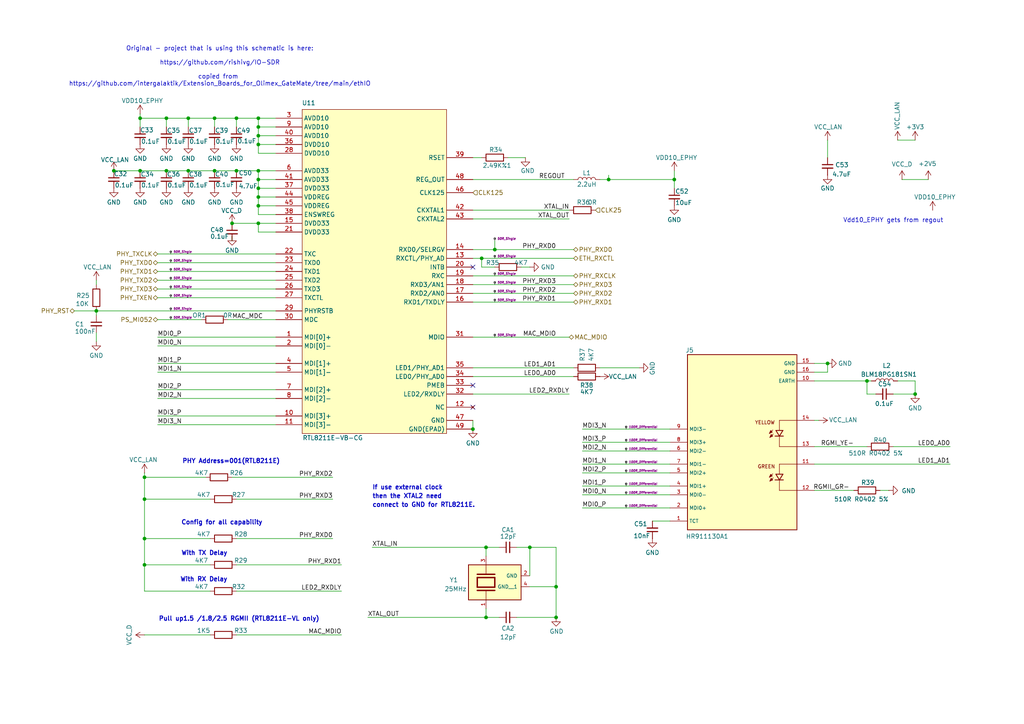
<source format=kicad_sch>
(kicad_sch (version 20250114) (generator "eeschema") (generator_version "9.0")
  (paper "A4")
  (title_block (title "Olimex Extension ethIO v0.1") (date "2024-12-02") (rev "v0.1") (company "Intergalaktik d.o.o.") (comment 1 "GPL-3.0"))
  (lib_symbols
    (symbol "Device:C_Small" (pin_numbers (hide yes)) (pin_names (offset 0.254) (hide yes))
      (property "Reference" "C" (at 0.254 1.778 0))
      (property "Value" "C_Small" (at 0.254 -2.032 0))
      (symbol "C_Small_0_1"
        (polyline (pts (xy -1.524 0.508) (xy 1.524 0.508)) (stroke (width 0.3048)))
        (polyline (pts (xy -1.524 -0.508) (xy 1.524 -0.508)) (stroke (width 0.3302)))
      )
      (symbol "C_Small_1_1"
        (pin passive line (at 0 2.54 270) (length 2.032) (name "~") (number "1"))
        (pin passive line (at 0 -2.54 90) (length 2.032) (name "~") (number "2"))
      )
    )
    (symbol "Device:L" (pin_numbers (hide yes)) (pin_names (offset 1.016) (hide yes))
      (property "Reference" "L" (at -1.27 0 90))
      (property "Value" "L" (at 1.905 0 90))
      (symbol "L_0_1"
        (arc (start 0 2.54) (mid 0.6323 1.905) (end 0 1.27))
        (arc (start 0 1.27) (mid 0.6323 0.635) (end 0 0))
        (arc (start 0 0) (mid 0.6323 -0.635) (end 0 -1.27))
        (arc (start 0 -1.27) (mid 0.6323 -1.905) (end 0 -2.54))
      )
      (symbol "L_1_1"
        (pin passive line (at 0 3.81 270) (length 1.27) (name "1") (number "1"))
        (pin passive line (at 0 -3.81 90) (length 1.27) (name "2") (number "2"))
      )
    )
    (symbol "Device:R" (pin_numbers (hide yes)) (pin_names (offset 0))
      (property "Reference" "R" (at 2.032 0 90))
      (property "Value" "R" (at 0 0 90))
      (symbol "R_0_1"
        (rectangle (start -1.016 -2.54) (end 1.016 2.54) (stroke (width 0.254)))
      )
      (symbol "R_1_1"
        (pin passive line (at 0 3.81 270) (length 1.27) (name "~") (number "1"))
        (pin passive line (at 0 -3.81 90) (length 1.27) (name "~") (number "2"))
      )
    )
    (symbol "PLUTOX_SDR SCH LIB:HR911130A"
      (property "Reference" "J6" (at -33.655 -2.54 0))
      (property "Value" "HR911130A1" (at 29.21 56.515 0))
      (symbol "HR911130A_0_0"
        (rectangle (start 3.81 54.61) (end 35.56 3.81) (stroke (width 0.254)) (fill (type background)))
        (polyline (pts (xy 27.559 39.37) (xy 27.94 38.481) (xy 28.448 38.989) (xy 27.559 39.37)) (stroke (width 0.1524)) (fill (type outline)))
        (polyline (pts (xy 27.559 26.67) (xy 27.94 25.781) (xy 28.448 26.289) (xy 27.559 26.67)) (stroke (width 0.1524)) (fill (type outline)))
        (polyline (pts (xy 27.686 40.513) (xy 28.067 39.624) (xy 28.575 40.132) (xy 27.686 40.513)) (stroke (width 0.1524)) (fill (type outline)))
        (polyline (pts (xy 27.686 27.813) (xy 28.067 26.924) (xy 28.575 27.432) (xy 27.686 27.813)) (stroke (width 0.1524)) (fill (type outline)))
        (polyline (pts (xy 28.575 38.354) (xy 27.559 39.37)) (stroke (width 0.1524)))
        (polyline (pts (xy 28.575 25.654) (xy 27.559 26.67)) (stroke (width 0.1524)))
        (polyline (pts (xy 28.702 39.497) (xy 27.686 40.513)) (stroke (width 0.1524)))
        (polyline (pts (xy 28.702 26.797) (xy 27.686 27.813)) (stroke (width 0.1524)))
        (polyline (pts (xy 30.48 43.18) (xy 35.56 43.18)) (stroke (width 0.1524)))
        (polyline (pts (xy 30.48 40.259) (xy 30.48 43.18)) (stroke (width 0.1524)))
        (polyline (pts (xy 30.48 40.132) (xy 29.21 40.132)) (stroke (width 0.254)))
        (polyline (pts (xy 30.48 40.132) (xy 29.464 38.481)) (stroke (width 0.254)))
        (polyline (pts (xy 30.48 35.56) (xy 30.48 38.354)) (stroke (width 0.1524)))
        (polyline (pts (xy 30.48 30.48) (xy 35.56 30.48)) (stroke (width 0.1524)))
        (polyline (pts (xy 30.48 27.559) (xy 30.48 30.48)) (stroke (width 0.1524)))
        (polyline (pts (xy 30.48 27.432) (xy 29.21 27.432)) (stroke (width 0.254)))
        (polyline (pts (xy 30.48 27.432) (xy 29.464 25.781)) (stroke (width 0.254)))
        (polyline (pts (xy 30.48 22.86) (xy 30.48 25.654)) (stroke (width 0.1524)))
        (polyline (pts (xy 31.496 38.481) (xy 29.464 38.481)) (stroke (width 0.254)))
        (polyline (pts (xy 31.496 38.481) (xy 30.48 40.132)) (stroke (width 0.254)))
        (polyline (pts (xy 31.496 25.781) (xy 29.464 25.781)) (stroke (width 0.254)))
        (polyline (pts (xy 31.496 25.781) (xy 30.48 27.432)) (stroke (width 0.254)))
        (polyline (pts (xy 31.623 40.132) (xy 30.48 40.132)) (stroke (width 0.254)))
        (polyline (pts (xy 31.623 27.432) (xy 30.48 27.432)) (stroke (width 0.254)))
        (polyline (pts (xy 35.56 35.56) (xy 30.48 35.56)) (stroke (width 0.1524)))
        (polyline (pts (xy 35.56 22.86) (xy 30.48 22.86)) (stroke (width 0.1524)))
        (text "GREEN" (at 24.13 36.83 0) (effects (font (size 1.016 1.016)) (justify left top)))
        (text "YELLOW" (at 29.21 22.86 0) (effects (font (size 1.016 1.016)) (justify right bottom)))
        (pin passive line (at 40.64 43.18 180) (length 5.08) (name "~") (number "12"))
        (pin passive line (at 40.64 35.56 180) (length 5.08) (name "~") (number "11"))
        (pin passive line (at 40.64 30.48 180) (length 5.08) (name "~") (number "13"))
        (pin passive line (at 40.64 22.86 180) (length 5.08) (name "~") (number "14"))
      )
      (symbol "HR911130A_1_0"
        (pin passive line (at -1.27 52.07 0) (length 5.08) (name "TCT") (number "1"))
        (pin passive line (at -1.27 48.26 0) (length 5.08) (name "MDI0+") (number "2"))
        (pin passive line (at -1.27 44.45 0) (length 5.08) (name "MDI0-") (number "3"))
        (pin passive line (at -1.27 41.91 0) (length 5.08) (name "MDI1+") (number "4"))
        (pin passive line (at -1.27 38.1 0) (length 5.08) (name "MDI2+") (number "5"))
        (pin passive line (at -1.27 35.56 0) (length 5.08) (name "MDI1-") (number "7"))
        (pin passive line (at -1.27 31.75 0) (length 5.08) (name "MDI2-") (number "6"))
        (pin passive line (at -1.27 29.21 0) (length 5.08) (name "MDI3+") (number "8"))
        (pin passive line (at -1.27 25.4 0) (length 5.08) (name "MDI3-") (number "9"))
        (pin passive line (at 40.64 11.43 180) (length 5.08) (name "EARTH") (number "10"))
        (pin passive line (at 40.64 8.89 180) (length 5.08) (name "GND") (number "16"))
        (pin passive line (at 40.64 6.35 180) (length 5.08) (name "GND") (number "15"))
      )
    )
    (symbol "PLUTOX_SDR SCH LIB:RTL8211E-VB-CG"
      (property "Reference" "U10" (at 27.305 62.865 0))
      (property "Value" "RTL8211E-VB-CG" (at 34.29 -34.29 0))
      (symbol "RTL8211E-VB-CG_0_1"
        (pin power_in line (at 17.78 58.42 0) (length 7.62) (name "AVDD10") (number "3"))
        (pin power_in line (at 17.78 55.88 0) (length 7.62) (name "AVDD10") (number "9"))
        (pin power_in line (at 17.78 53.34 0) (length 7.62) (name "AVDD10") (number "40"))
        (pin power_in line (at 17.78 50.8 0) (length 7.62) (name "DVDD10") (number "36"))
        (pin power_in line (at 17.78 48.26 0) (length 7.62) (name "DVDD10") (number "28"))
        (pin power_in line (at 17.78 43.18 0) (length 7.62) (name "AVDD33") (number "6"))
        (pin power_in line (at 17.78 40.64 0) (length 7.62) (name "AVDD33") (number "41"))
        (pin power_in line (at 17.78 38.1 0) (length 7.62) (name "DVDD33") (number "37"))
        (pin power_in line (at 17.78 35.56 0) (length 7.62) (name "VDDREG") (number "44"))
        (pin power_in line (at 17.78 33.02 0) (length 7.62) (name "VDDREG") (number "45"))
        (pin input line (at 17.78 30.48 0) (length 7.62) (name "ENSWREG") (number "38"))
        (pin power_in line (at 17.78 27.94 0) (length 7.62) (name "DVDD33") (number "15"))
        (pin power_in line (at 17.78 25.4 0) (length 7.62) (name "DVDD33") (number "21"))
        (pin input line (at 17.78 19.05 0) (length 7.62) (name "TXC") (number "22"))
        (pin input line (at 17.78 16.51 0) (length 7.62) (name "TXD0") (number "23"))
        (pin input line (at 17.78 13.97 0) (length 7.62) (name "TXD1") (number "24"))
        (pin input line (at 17.78 11.43 0) (length 7.62) (name "TXD2") (number "25"))
        (pin input line (at 17.78 8.89 0) (length 7.62) (name "TXD3") (number "26"))
        (pin input line (at 17.78 6.35 0) (length 7.62) (name "TXCTL") (number "27"))
        (pin input line (at 17.78 2.54 0) (length 7.62) (name "PHYRSTB") (number "29"))
        (pin input line (at 17.78 0 0) (length 7.62) (name "MDC") (number "30"))
        (pin bidirectional line (at 17.78 -5.08 0) (length 7.62) (name "MDI[0]+") (number "1"))
        (pin bidirectional line (at 17.78 -7.62 0) (length 7.62) (name "MDI[0]-") (number "2"))
        (pin bidirectional line (at 17.78 -12.7 0) (length 7.62) (name "MDI[1]+") (number "4"))
        (pin bidirectional line (at 17.78 -15.24 0) (length 7.62) (name "MDI[1]-") (number "5"))
        (pin bidirectional line (at 17.78 -20.32 0) (length 7.62) (name "MDI[2]+") (number "7"))
        (pin bidirectional line (at 17.78 -22.86 0) (length 7.62) (name "MDI[2]-") (number "8"))
        (pin bidirectional line (at 17.78 -27.94 0) (length 7.62) (name "MDI[3]+") (number "10"))
        (pin bidirectional line (at 17.78 -30.48 0) (length 7.62) (name "MDI[3]-") (number "11"))
        (pin output line (at 74.93 46.99 180) (length 7.62) (name "RSET") (number "39"))
        (pin output line (at 74.93 40.64 180) (length 7.62) (name "REG_OUT") (number "48"))
        (pin output line (at 74.93 36.83 180) (length 7.62) (name "CLK125") (number "46"))
        (pin input line (at 74.93 31.75 180) (length 7.62) (name "CKXTAL1") (number "42"))
        (pin output line (at 74.93 29.21 180) (length 7.62) (name "CKXTAL2") (number "43"))
        (pin output line (at 74.93 20.32 180) (length 7.62) (name "RXD0/SELRGV") (number "14"))
        (pin output line (at 74.93 17.78 180) (length 7.62) (name "RXCTL/PHY_AD") (number "13"))
        (pin output line (at 74.93 15.24 180) (length 7.62) (name "INTB") (number "20"))
        (pin output line (at 74.93 12.7 180) (length 7.62) (name "RXC") (number "19"))
        (pin output line (at 74.93 10.16 180) (length 7.62) (name "RXD3/AN1") (number "18"))
        (pin output line (at 74.93 7.62 180) (length 7.62) (name "RXD2/AN0") (number "17"))
        (pin output line (at 74.93 5.08 180) (length 7.62) (name "RXD1/TXDLY") (number "16"))
        (pin bidirectional line (at 74.93 -5.08 180) (length 7.62) (name "MDIO") (number "31"))
        (pin output line (at 74.93 -13.97 180) (length 7.62) (name "LED1/PHY_AD1") (number "35"))
        (pin output line (at 74.93 -16.51 180) (length 7.62) (name "LED0/PHY_AD0") (number "34"))
        (pin output line (at 74.93 -19.05 180) (length 7.62) (name "PMEB") (number "33"))
        (pin output line (at 74.93 -21.59 180) (length 7.62) (name "LED2/RXDLY") (number "32"))
        (pin no_connect line (at 74.93 -25.4 180) (length 7.62) (name "NC") (number "12"))
        (pin power_out line (at 74.93 -29.21 180) (length 7.62) (name "GND") (number "47"))
      )
      (symbol "RTL8211E-VB-CG_1_1"
        (rectangle (start 25.4 60.96) (end 67.31 -33.02) (fill (type background)))
        (pin power_out line (at 74.93 -31.75 180) (length 7.62) (name "GND(EPAD)") (number "49"))
      )
    )
    (symbol "TSX-3225_25.0000MF10P-C0_1" (pin_names (offset 1.016))
      (property "Reference" "Y3" (at 12.065 0.635 90))
      (property "Value" "TSX-3225_25.0000MF10P-C0" (at 12.065 -1.905 90))
      (symbol "TSX-3225_25.0000MF10P-C0_1_0_0"
        (polyline (pts (xy -5.08 0) (xy -2.54 0)) (stroke (width 0.1524)))
        (rectangle (start -5.08 -10.16) (end 5.08 5.08) (stroke (width 0.254)) (fill (type background)))
        (polyline (pts (xy -2.3368 2.54) (xy -2.3368 -2.54)) (stroke (width 0.4064)))
        (polyline (pts (xy -1.397 2.54) (xy -1.397 -2.54)) (stroke (width 0.4064)))
        (polyline (pts (xy -1.397 2.54) (xy 1.397 2.54)) (stroke (width 0.4064)))
        (polyline (pts (xy 1.397 2.54) (xy 1.397 -2.54)) (stroke (width 0.4064)))
        (polyline (pts (xy 1.397 -2.54) (xy -1.397 -2.54)) (stroke (width 0.4064)))
        (polyline (pts (xy 2.3368 2.54) (xy 2.3368 -2.54)) (stroke (width 0.4064)))
        (polyline (pts (xy 2.54 0) (xy 5.08 0)) (stroke (width 0.1524)))
        (pin passive line (at -7.62 0 0) (length 2.54) (name "~") (number "1"))
        (pin power_in line (at -1.27 -12.7 90) (length 2.54) (name "GND__1") (number "4"))
        (pin power_in line (at 1.905 -12.7 90) (length 2.54) (name "GND") (number "2"))
        (pin passive line (at 7.62 0 180) (length 2.54) (name "~") (number "3"))
      )
    )
    (symbol "power:+1V8" (power) (pin_numbers (hide yes)) (pin_names (offset 0) (hide yes))
      (property "Value" "+1V8" (at 0 3.556 0))
      (symbol "+1V8_0_1"
        (polyline (pts (xy -0.762 1.27) (xy 0 2.54)))
        (polyline (pts (xy 0 2.54) (xy 0.762 1.27)))
        (polyline (pts (xy 0 0) (xy 0 2.54)))
      )
      (symbol "+1V8_1_1"
        (pin power_in line (at 0 0 90) (length 0) (name "~") (number "1"))
      )
    )
    (symbol "power:+2V5" (power) (pin_numbers (hide yes)) (pin_names (offset 0) (hide yes))
      (property "Value" "+2V5" (at 0 3.556 0))
      (symbol "+2V5_0_1"
        (polyline (pts (xy -0.762 1.27) (xy 0 2.54)))
        (polyline (pts (xy 0 2.54) (xy 0.762 1.27)))
        (polyline (pts (xy 0 0) (xy 0 2.54)))
      )
      (symbol "+2V5_1_1"
        (pin power_in line (at 0 0 90) (length 0) (name "~") (number "1"))
      )
    )
    (symbol "power:+36V" (power) (pin_numbers (hide yes)) (pin_names (offset 0) (hide yes))
      (property "Value" "+36V" (at 0 3.556 0))
      (symbol "+36V_0_1"
        (polyline (pts (xy -0.762 1.27) (xy 0 2.54)))
        (polyline (pts (xy 0 2.54) (xy 0.762 1.27)))
        (polyline (pts (xy 0 0) (xy 0 2.54)))
      )
      (symbol "+36V_1_1"
        (pin power_in line (at 0 0 90) (length 0) (name "~") (number "1"))
      )
    )
    (symbol "power:+5C" (power) (pin_numbers (hide yes)) (pin_names (offset 0) (hide yes))
      (property "Value" "+5C" (at 0 3.556 0))
      (symbol "+5C_0_1"
        (polyline (pts (xy -0.762 1.27) (xy 0 2.54)))
        (polyline (pts (xy 0 2.54) (xy 0.762 1.27)))
        (polyline (pts (xy 0 0) (xy 0 2.54)))
      )
      (symbol "+5C_1_1"
        (pin power_in line (at 0 0 90) (length 0) (name "~") (number "1"))
      )
    )
    (symbol "power:GND" (power) (pin_numbers (hide yes)) (pin_names (offset 0) (hide yes))
      (property "Value" "GND" (at 0 -3.81 0))
      (symbol "GND_0_1"
        (polyline (pts (xy 0 0) (xy 0 -1.27) (xy 1.27 -1.27) (xy 0 -2.54) (xy -1.27 -1.27) (xy 0 -1.27)))
      )
      (symbol "GND_1_1"
        (pin power_in line (at 0 0 270) (length 0) (name "~") (number "1"))
      )
    )
    (symbol "power:VCC" (power) (pin_numbers (hide yes)) (pin_names (offset 0) (hide yes))
      (property "Value" "VCC" (at 0 3.556 0))
      (symbol "VCC_0_1"
        (polyline (pts (xy -0.762 1.27) (xy 0 2.54)))
        (polyline (pts (xy 0 2.54) (xy 0.762 1.27)))
        (polyline (pts (xy 0 0) (xy 0 2.54)))
      )
      (symbol "VCC_1_1"
        (pin power_in line (at 0 0 90) (length 0) (name "~") (number "1"))
      )
    )
  )
  (text "Original - project that is using this schematic is here:\n\nhttps://github.com/rishivg/IO-SDR\n\ncopied from \nhttps://github.com/intergalaktik/Extension_Boards_for_Olimex_GateMate/tree/main/ethIO" (at 63.754 19.304 0) (effects (font (size 1.27 1.27))))
  (text "Config for all capability" (at 76.2 152.4 0) (effects (font (size 1.27 1.27) (bold yes)) (justify right bottom)))
  (text "With TX Delay" (at 66.04 161.29 0) (effects (font (size 1.27 1.27) (bold yes)) (justify right bottom)))
  (text "Pull up1.5 /1.8/2.5 RGMII (RTL8211E-VL only)" (at 92.71 180.34 0) (effects (font (size 1.27 1.27) (bold yes)) (justify right bottom)))
  (text "Vdd10_EPHY gets from regout\n" (at 259.08 64.008 0) (effects (font (size 1.27 1.27))))
  (text "then the XTAL2 need" (at 107.95 144.78 0) (effects (font (size 1.27 1.27) (bold yes)) (justify left bottom)))
  (text "connect to GND for RTL8211E." (at 107.95 147.32 0) (effects (font (size 1.27 1.27) (bold yes)) (justify left bottom)))
  (text "If use external clock " (at 107.95 142.24 0) (effects (font (size 1.27 1.27) (bold yes)) (justify left bottom)))
  (text "PHY Address=001(RTL8211E)" (at 81.28 134.62 0) (effects (font (size 1.27 1.27) (bold yes)) (justify right bottom)))
  (text "With RX Delay" (at 66.04 168.91 0) (effects (font (size 1.27 1.27) (bold yes)) (justify right bottom)))
  (junction (at 251.46 110.49))
  (junction (at 74.93 54.61))
  (junction (at 161.29 179.07))
  (junction (at 74.93 57.15))
  (junction (at 74.93 36.83))
  (junction (at 161.29 170.18))
  (junction (at 74.93 49.53))
  (junction (at 265.43 114.3))
  (junction (at 74.93 59.69))
  (junction (at 240.03 105.41))
  (junction (at 143.51 72.39))
  (junction (at 41.91 163.83))
  (junction (at 74.93 52.07))
  (junction (at 27.94 90.17))
  (junction (at 41.91 156.21))
  (junction (at 33.02 49.53))
  (junction (at 62.23 34.29))
  (junction (at 74.93 39.37))
  (junction (at 195.58 52.07))
  (junction (at 68.58 34.29))
  (junction (at 140.97 158.75))
  (junction (at 74.93 34.29))
  (junction (at 74.93 41.91))
  (junction (at 67.31 64.77))
  (junction (at 68.58 49.53))
  (junction (at 41.91 144.78))
  (junction (at 54.61 34.29))
  (junction (at 74.93 64.77))
  (junction (at 48.26 34.29))
  (junction (at 140.97 179.07))
  (junction (at 176.53 52.07))
  (junction (at 41.91 138.43))
  (junction (at 48.26 49.53))
  (junction (at 153.67 158.75))
  (junction (at 40.64 49.53))
  (junction (at 40.64 34.29))
  (junction (at 62.23 49.53))
  (junction (at 137.16 124.46))
  (junction (at 139.7 74.93))
  (junction (at 54.61 49.53))
  (no_connect (at 137.16 77.47))
  (no_connect (at 137.16 111.76))
  (no_connect (at 137.16 118.11))
  (wire (pts (xy 236.22 110.49) (xy 251.46 110.49)))
  (wire (pts (xy 194.31 147.32) (xy 168.91 147.32)))
  (wire (pts (xy 251.46 110.49) (xy 251.46 114.3)))
  (wire (pts (xy 139.7 77.47) (xy 139.7 74.93)))
  (wire (pts (xy 45.72 115.57) (xy 80.01 115.57)))
  (wire (pts (xy 96.52 138.43) (xy 67.31 138.43)))
  (wire (pts (xy 45.72 86.36) (xy 80.01 86.36)))
  (wire (pts (xy 54.61 34.29) (xy 62.23 34.29)))
  (wire (pts (xy 265.43 110.49) (xy 260.35 110.49)))
  (wire (pts (xy 74.93 36.83) (xy 74.93 39.37)))
  (wire (pts (xy 161.29 158.75) (xy 161.29 170.18)))
  (wire (pts (xy 45.72 78.74) (xy 80.01 78.74)))
  (wire (pts (xy 173.99 106.68) (xy 185.42 106.68)))
  (wire (pts (xy 194.31 137.16) (xy 168.91 137.16)))
  (wire (pts (xy 99.06 184.15) (xy 68.58 184.15)))
  (wire (pts (xy 41.91 163.83) (xy 60.96 163.83)))
  (wire (pts (xy 257.81 142.24) (xy 255.27 142.24)))
  (wire (pts (xy 45.72 76.2) (xy 80.01 76.2)))
  (wire (pts (xy 99.06 163.83) (xy 68.58 163.83)))
  (wire (pts (xy 74.93 62.23) (xy 80.01 62.23)))
  (wire (pts (xy 45.72 81.28) (xy 80.01 81.28)))
  (wire (pts (xy 194.31 134.62) (xy 168.91 134.62)))
  (wire (pts (xy 60.96 184.15) (xy 41.91 184.15)))
  (wire (pts (xy 176.53 50.8) (xy 176.53 52.07)))
  (wire (pts (xy 195.58 52.07) (xy 195.58 54.61)))
  (wire (pts (xy 237.49 121.92) (xy 236.22 121.92)))
  (wire (pts (xy 54.61 34.29) (xy 54.61 36.83)))
  (wire (pts (xy 45.72 105.41) (xy 80.01 105.41)))
  (wire (pts (xy 41.91 156.21) (xy 41.91 163.83)))
  (wire (pts (xy 41.91 138.43) (xy 41.91 144.78)))
  (wire (pts (xy 67.31 64.77) (xy 74.93 64.77)))
  (wire (pts (xy 247.65 142.24) (xy 236.22 142.24)))
  (wire (pts (xy 41.91 137.16) (xy 41.91 138.43)))
  (wire (pts (xy 173.99 52.07) (xy 176.53 52.07)))
  (wire (pts (xy 137.16 45.72) (xy 139.7 45.72)))
  (wire (pts (xy 45.72 92.71) (xy 58.42 92.71)))
  (wire (pts (xy 48.26 49.53) (xy 54.61 49.53)))
  (wire (pts (xy 40.64 34.29) (xy 40.64 36.83)))
  (wire (pts (xy 195.58 49.53) (xy 195.58 52.07)))
  (wire (pts (xy 60.96 156.21) (xy 41.91 156.21)))
  (wire (pts (xy 74.93 49.53) (xy 74.93 52.07)))
  (wire (pts (xy 62.23 34.29) (xy 62.23 36.83)))
  (wire (pts (xy 140.97 176.53) (xy 140.97 179.07)))
  (wire (pts (xy 45.72 123.19) (xy 80.01 123.19)))
  (wire (pts (xy 27.94 90.17) (xy 80.01 90.17)))
  (wire (pts (xy 48.26 34.29) (xy 48.26 36.83)))
  (wire (pts (xy 143.51 69.85) (xy 143.51 72.39)))
  (wire (pts (xy 74.93 44.45) (xy 80.01 44.45)))
  (wire (pts (xy 252.73 110.49) (xy 251.46 110.49)))
  (wire (pts (xy 67.31 68.58) (xy 67.31 69.85)))
  (wire (pts (xy 240.03 107.95) (xy 236.22 107.95)))
  (wire (pts (xy 74.93 57.15) (xy 80.01 57.15)))
  (wire (pts (xy 161.29 170.18) (xy 161.29 179.07)))
  (wire (pts (xy 144.78 179.07) (xy 140.97 179.07)))
  (wire (pts (xy 45.72 100.33) (xy 80.01 100.33)))
  (wire (pts (xy 137.16 109.22) (xy 166.37 109.22)))
  (wire (pts (xy 45.72 83.82) (xy 80.01 83.82)))
  (wire (pts (xy 240.03 105.41) (xy 240.03 107.95)))
  (wire (pts (xy 176.53 52.07) (xy 195.58 52.07)))
  (wire (pts (xy 74.93 34.29) (xy 80.01 34.29)))
  (wire (pts (xy 137.16 63.5) (xy 165.1 63.5)))
  (wire (pts (xy 41.91 171.45) (xy 41.91 163.83)))
  (wire (pts (xy 96.52 144.78) (xy 68.58 144.78)))
  (wire (pts (xy 194.31 140.97) (xy 168.91 140.97)))
  (wire (pts (xy 74.93 67.31) (xy 74.93 64.77)))
  (wire (pts (xy 45.72 120.65) (xy 80.01 120.65)))
  (wire (pts (xy 60.96 171.45) (xy 41.91 171.45)))
  (wire (pts (xy 74.93 59.69) (xy 80.01 59.69)))
  (wire (pts (xy 54.61 49.53) (xy 62.23 49.53)))
  (wire (pts (xy 41.91 144.78) (xy 41.91 156.21)))
  (wire (pts (xy 137.16 106.68) (xy 166.37 106.68)))
  (wire (pts (xy 74.93 39.37) (xy 80.01 39.37)))
  (wire (pts (xy 74.93 54.61) (xy 74.93 52.07)))
  (wire (pts (xy 153.67 158.75) (xy 149.86 158.75)))
  (wire (pts (xy 74.93 64.77) (xy 80.01 64.77)))
  (wire (pts (xy 137.16 121.92) (xy 137.16 124.46)))
  (wire (pts (xy 74.93 41.91) (xy 80.01 41.91)))
  (wire (pts (xy 40.64 34.29) (xy 40.64 33.02)))
  (wire (pts (xy 152.4 45.72) (xy 147.32 45.72)))
  (wire (pts (xy 137.16 82.55) (xy 166.37 82.55)))
  (wire (pts (xy 27.94 90.17) (xy 21.59 90.17)))
  (wire (pts (xy 27.94 99.06) (xy 27.94 96.52)))
  (wire (pts (xy 265.43 110.49) (xy 265.43 114.3)))
  (wire (pts (xy 62.23 49.53) (xy 68.58 49.53)))
  (wire (pts (xy 153.67 158.75) (xy 153.67 167.005)))
  (wire (pts (xy 261.62 52.07) (xy 269.24 52.07)))
  (wire (pts (xy 74.93 39.37) (xy 74.93 41.91)))
  (wire (pts (xy 74.93 59.69) (xy 74.93 62.23)))
  (wire (pts (xy 144.78 158.75) (xy 140.97 158.75)))
  (wire (pts (xy 137.16 80.01) (xy 166.37 80.01)))
  (wire (pts (xy 74.93 54.61) (xy 80.01 54.61)))
  (wire (pts (xy 40.64 49.53) (xy 48.26 49.53)))
  (wire (pts (xy 137.16 72.39) (xy 143.51 72.39)))
  (wire (pts (xy 254 114.3) (xy 251.46 114.3)))
  (wire (pts (xy 68.58 34.29) (xy 68.58 36.83)))
  (wire (pts (xy 48.26 34.29) (xy 54.61 34.29)))
  (wire (pts (xy 62.23 34.29) (xy 68.58 34.29)))
  (wire (pts (xy 66.04 92.71) (xy 80.01 92.71)))
  (wire (pts (xy 96.52 156.21) (xy 68.58 156.21)))
  (wire (pts (xy 74.93 54.61) (xy 74.93 57.15)))
  (wire (pts (xy 80.01 67.31) (xy 74.93 67.31)))
  (wire (pts (xy 265.43 114.3) (xy 259.08 114.3)))
  (wire (pts (xy 140.97 179.07) (xy 106.68 179.07)))
  (wire (pts (xy 45.72 107.95) (xy 80.01 107.95)))
  (wire (pts (xy 74.93 34.29) (xy 74.93 36.83)))
  (wire (pts (xy 240.03 40.64) (xy 240.03 45.72)))
  (wire (pts (xy 137.16 114.3) (xy 165.1 114.3)))
  (wire (pts (xy 137.16 60.96) (xy 165.1 60.96)))
  (wire (pts (xy 68.58 34.29) (xy 74.93 34.29)))
  (wire (pts (xy 194.31 128.27) (xy 168.91 128.27)))
  (wire (pts (xy 194.31 130.81) (xy 168.91 130.81)))
  (wire (pts (xy 194.31 124.46) (xy 168.91 124.46)))
  (wire (pts (xy 99.06 171.45) (xy 68.58 171.45)))
  (wire (pts (xy 60.96 144.78) (xy 41.91 144.78)))
  (wire (pts (xy 275.59 134.62) (xy 236.22 134.62)))
  (wire (pts (xy 236.22 105.41) (xy 240.03 105.41)))
  (wire (pts (xy 40.64 34.29) (xy 48.26 34.29)))
  (wire (pts (xy 45.72 113.03) (xy 80.01 113.03)))
  (wire (pts (xy 161.29 179.07) (xy 149.86 179.07)))
  (wire (pts (xy 194.31 143.51) (xy 168.91 143.51)))
  (wire (pts (xy 74.93 36.83) (xy 80.01 36.83)))
  (wire (pts (xy 260.35 40.64) (xy 265.43 40.64)))
  (wire (pts (xy 143.51 72.39) (xy 166.37 72.39)))
  (wire (pts (xy 139.7 74.93) (xy 166.37 74.93)))
  (wire (pts (xy 33.02 49.53) (xy 40.64 49.53)))
  (wire (pts (xy 74.93 49.53) (xy 80.01 49.53)))
  (wire (pts (xy 194.31 151.13) (xy 189.23 151.13)))
  (wire (pts (xy 137.16 74.93) (xy 139.7 74.93)))
  (wire (pts (xy 74.93 41.91) (xy 74.93 44.45)))
  (wire (pts (xy 137.16 85.09) (xy 166.37 85.09)))
  (wire (pts (xy 153.67 77.47) (xy 151.13 77.47)))
  (wire (pts (xy 161.29 158.75) (xy 153.67 158.75)))
  (wire (pts (xy 27.94 90.17) (xy 27.94 91.44)))
  (wire (pts (xy 45.72 73.66) (xy 80.01 73.66)))
  (wire (pts (xy 140.97 158.75) (xy 107.95 158.75)))
  (wire (pts (xy 275.59 129.54) (xy 259.08 129.54)))
  (wire (pts (xy 27.94 81.28) (xy 27.94 82.55)))
  (wire (pts (xy 140.97 158.75) (xy 140.97 161.29)))
  (wire (pts (xy 137.16 97.79) (xy 165.1 97.79)))
  (wire (pts (xy 137.16 52.07) (xy 166.37 52.07)))
  (wire (pts (xy 45.72 97.79) (xy 80.01 97.79)))
  (wire (pts (xy 251.46 129.54) (xy 236.22 129.54)))
  (wire (pts (xy 74.93 52.07) (xy 80.01 52.07)))
  (wire (pts (xy 74.93 57.15) (xy 74.93 59.69)))
  (wire (pts (xy 153.67 170.18) (xy 161.29 170.18)))
  (wire (pts (xy 137.16 87.63) (xy 166.37 87.63)))
  (wire (pts (xy 59.69 138.43) (xy 41.91 138.43)))
  (wire (pts (xy 68.58 49.53) (xy 74.93 49.53)))
  (wire (pts (xy 143.51 77.47) (xy 139.7 77.47)))
  (label "MDI2_P" (at 45.72 113.03 0))
  (label "LED2_RXDLY" (at 99.06 171.45 180))
  (label "RGMI_YE-" (at 247.65 129.54 180))
  (label "LED0_AD0" (at 275.59 129.54 180))
  (label "MDI0_P" (at 45.72 97.79 0))
  (label "LED1_AD1" (at 161.29 106.68 180))
  (label "MDI3_N" (at 168.91 124.46 0))
  (label "MDI3_P" (at 168.91 128.27 0))
  (label "LED2_RXDLY" (at 165.1 114.3 180))
  (label "PHY_RXD1" (at 161.29 87.63 180))
  (label "PHY_RXD2" (at 161.29 85.09 180))
  (label "PHY_RXD0" (at 96.52 156.21 180))
  (label "PHY_RXD3" (at 161.29 82.55 180))
  (label "MDI1_N" (at 45.72 107.95 0))
  (label "PHY_RXD2" (at 96.52 138.43 180))
  (label "PHY_RXD0" (at 161.29 72.39 180))
  (label "MDI0_N" (at 168.91 143.51 0))
  (label "MAC_MDIO" (at 99.06 184.15 180))
  (label "PHY_RXD1" (at 99.06 163.83 180))
  (label "MDI2_N" (at 45.72 115.57 0))
  (label "XTAL_IN" (at 165.1 60.96 180))
  (label "MDI1_P" (at 45.72 105.41 0))
  (label "MDI1_N" (at 168.91 134.62 0))
  (label "MDI2_N" (at 168.91 130.81 0))
  (label "PHY_RXD3" (at 96.52 144.78 180))
  (label "MDI3_N" (at 45.72 123.19 0))
  (label "MAC_MDC" (at 67.31 92.71 0))
  (label "MDI3_P" (at 45.72 120.65 0))
  (label "XTAL_OUT" (at 165.1 63.5 180))
  (label "LED0_AD0" (at 161.29 109.22 180))
  (label "MDI1_P" (at 168.91 140.97 0))
  (label "XTAL_IN" (at 107.95 158.75 0))
  (label "MDI0_N" (at 45.72 100.33 0))
  (label "RGMII_GR-" (at 246.38 142.24 180))
  (label "XTAL_OUT" (at 106.68 179.07 0))
  (label "MAC_MDIO" (at 161.29 97.79 180))
  (label "MDI0_P" (at 168.91 147.32 0))
  (label "MDI2_P" (at 168.91 137.16 0))
  (label "REGOUT" (at 163.83 52.07 180))
  (label "LED1_AD1" (at 275.59 134.62 180))
  (hierarchical_label "MAC_MDIO" (shape bidirectional) (at 165.1 97.79 0))
  (hierarchical_label "PHY_TXD2" (shape bidirectional) (at 45.72 81.28 180))
  (hierarchical_label "PHY_RXD3" (shape bidirectional) (at 166.37 82.55 0))
  (hierarchical_label "PHY_RXD1" (shape bidirectional) (at 166.37 87.63 0))
  (hierarchical_label "PHY_RST" (shape bidirectional) (at 21.59 90.17 180))
  (hierarchical_label "PS_MI052" (shape bidirectional) (at 45.72 92.71 180))
  (hierarchical_label "ETH_RXCTL" (shape bidirectional) (at 166.37 74.93 0))
  (hierarchical_label "PHY_TXD0" (shape bidirectional) (at 45.72 76.2 180))
  (hierarchical_label "PHY_RXD0" (shape bidirectional) (at 166.37 72.39 0))
  (hierarchical_label "CLK125" (shape input) (at 137.16 55.88 0))
  (hierarchical_label "PHY_TXCLK" (shape bidirectional) (at 45.72 73.66 180))
  (hierarchical_label "PHY_TXD3" (shape bidirectional) (at 45.72 83.82 180))
  (hierarchical_label "CLK25" (shape input) (at 172.72 60.96 0))
  (hierarchical_label "PHY_RXCLK" (shape bidirectional) (at 166.37 80.01 0))
  (hierarchical_label "PHY_TXD1" (shape bidirectional) (at 45.72 78.74 180))
  (hierarchical_label "PHY_TXEN" (shape bidirectional) (at 45.72 86.36 180))
  (hierarchical_label "PHY_RXD2" (shape bidirectional) (at 166.37 85.09 0))
  (netclass_flag "" (length 0.635) (shape dot) (at 143.51 97.79 0) (property "Netclass" "50R_Single" (at 144.2085 97.155 0) (effects (font (size 0.635 0.635) (italic yes)) (justify left))))
  (netclass_flag "" (length 0.635) (shape dot) (at 181.61 140.97 0) (property "Netclass" "100R_Differential" (at 182.3085 140.335 0) (effects (font (size 0.635 0.635) (italic yes)) (justify left))))
  (netclass_flag "" (length 0.635) (shape dot) (at 143.51 82.55 0) (property "Netclass" "50R_Single" (at 144.2085 81.915 0) (effects (font (size 0.635 0.635) (italic yes)) (justify left))))
  (netclass_flag "" (length 0.635) (shape dot) (at 181.61 130.81 0) (property "Netclass" "100R_Differential" (at 182.3085 130.175 0) (effects (font (size 0.635 0.635) (italic yes)) (justify left))))
  (netclass_flag "" (length 0.635) (shape dot) (at 49.53 92.71 0) (property "Netclass" "50R_Single" (at 50.2285 92.075 0) (effects (font (size 0.635 0.635) (italic yes)) (justify left))))
  (netclass_flag "" (length 0.635) (shape dot) (at 49.53 78.74 0) (property "Netclass" "50R_Single" (at 50.2285 78.105 0) (effects (font (size 0.635 0.635) (italic yes)) (justify left))))
  (netclass_flag "" (length 0.635) (shape dot) (at 143.51 87.63 0) (property "Netclass" "50R_Single" (at 144.2085 86.995 0) (effects (font (size 0.635 0.635) (italic yes)) (justify left))))
  (netclass_flag "" (length 0.635) (shape dot) (at 143.51 85.09 0) (property "Netclass" "50R_Single" (at 144.2085 84.455 0) (effects (font (size 0.635 0.635) (italic yes)) (justify left))))
  (netclass_flag "" (length 0.635) (shape dot) (at 143.51 74.93 0) (property "Netclass" "50R_Single" (at 144.2085 74.295 0) (effects (font (size 0.635 0.635) (italic yes)) (justify left))))
  (netclass_flag "" (length 0.635) (shape dot) (at 143.51 69.85 0) (property "Netclass" "50R_Single" (at 144.2085 69.215 0) (effects (font (size 0.635 0.635) (italic yes)) (justify left))))
  (netclass_flag "" (length 0.635) (shape dot) (at 49.53 86.36 0) (property "Netclass" "50R_Single" (at 50.2285 85.725 0) (effects (font (size 0.635 0.635) (italic yes)) (justify left))))
  (netclass_flag "" (length 0.635) (shape dot) (at 143.51 80.01 0) (property "Netclass" "50R_Single" (at 144.2085 79.375 0) (effects (font (size 0.635 0.635) (italic yes)) (justify left))))
  (netclass_flag "" (length 0.635) (shape dot) (at 49.53 73.66 0) (property "Netclass" "50R_Single" (at 50.2285 73.025 0) (effects (font (size 0.635 0.635) (italic yes)) (justify left))))
  (netclass_flag "" (length 0.635) (shape dot) (at 181.61 137.16 0) (property "Netclass" "100R_Differential" (at 182.3085 136.525 0) (effects (font (size 0.635 0.635) (italic yes)) (justify left))))
  (netclass_flag "" (length 0.635) (shape dot) (at 49.53 83.82 0) (property "Netclass" "50R_Single" (at 50.2285 83.185 0) (effects (font (size 0.635 0.635) (italic yes)) (justify left))))
  (netclass_flag "" (length 0.635) (shape dot) (at 181.61 128.27 0) (property "Netclass" "100R_Differential" (at 182.3085 127.635 0) (effects (font (size 0.635 0.635) (italic yes)) (justify left))))
  (netclass_flag "" (length 0.635) (shape dot) (at 181.61 147.32 0) (property "Netclass" "100R_Differential" (at 182.3085 146.685 0) (effects (font (size 0.635 0.635) (italic yes)) (justify left))))
  (netclass_flag "" (length 0.635) (shape dot) (at 181.61 124.46 0) (property "Netclass" "100R_Differential" (at 182.3085 123.825 0) (effects (font (size 0.635 0.635) (italic yes)) (justify left))))
  (netclass_flag "" (length 0.635) (shape dot) (at 181.61 134.62 0) (property "Netclass" "100R_Differential" (at 182.3085 133.985 0) (effects (font (size 0.635 0.635) (italic yes)) (justify left))))
  (netclass_flag "" (length 0.635) (shape dot) (at 49.53 76.2 0) (property "Netclass" "50R_Single" (at 50.2285 75.565 0) (effects (font (size 0.635 0.635) (italic yes)) (justify left))))
  (netclass_flag "" (length 0.635) (shape dot) (at 49.53 81.28 0) (property "Netclass" "50R_Single" (at 50.2285 80.645 0) (effects (font (size 0.635 0.635) (italic yes)) (justify left))))
  (netclass_flag "" (length 0.635) (shape dot) (at 49.53 90.17 0) (property "Netclass" "50R_Single" (at 50.2285 89.535 0) (effects (font (size 0.635 0.635) (italic yes)) (justify left))))
  (netclass_flag "" (length 0.635) (shape dot) (at 181.61 143.51 0) (property "Netclass" "100R_Differential" (at 182.3085 142.875 0) (effects (font (size 0.635 0.635) (italic yes)) (justify left))))
  (symbol (lib_id "Device:C_Small") (at 62.23 52.07 0) (unit 1)
    (property "Reference" "C40" (at 62.357 50.546 0) (effects (justify left)))
    (property "Value" "0.1uF" (at 62.484 53.594 0) (effects (justify left)))
    (property "Footprint" "Capacitor_SMD:C_0402_1005Metric_Pad0.74x0.62mm_HandSolder" (effects (hide yes)))
    (property "Description" "Unpolarized capacitor, small symbol" (effects (hide yes)))
  )
  (symbol (lib_id "power:GND") (at 185.42 106.68 90) (unit 1)
    (property "Reference" "#PWR052" (effects (hide yes)))
    (property "Value" "GND" (at 189.23 104.775 0) (effects (justify right)))
    (property "Description" "Power symbol creates a global label with name \"GND\" , ground" (effects (hide yes)))
  )
  (symbol (lib_id "power:+1V8") (at 261.62 52.07 0) (unit 1)
    (property "Reference" "#PWR0130" (effects (hide yes)))
    (property "Value" "VCC_D" (at 261.62 47.625 0))
    (property "Description" "Power symbol creates a global label with name \"+1V8\"" (effects (hide yes)))
  )
  (symbol (lib_id "Device:C_Small") (at 147.32 158.75 90) (unit 1)
    (property "Reference" "CA1" (at 149.225 153.67 90) (effects (justify left)))
    (property "Value" "12pF" (at 149.86 155.575 90) (effects (justify left)))
    (property "Footprint" "Capacitor_SMD:C_0402_1005Metric_Pad0.74x0.62mm_HandSolder" (effects (hide yes)))
    (property "Description" "Unpolarized capacitor, small symbol" (effects (hide yes)))
  )
  (symbol (lib_id "Device:C_Small") (at 40.64 52.07 0) (unit 1)
    (property "Reference" "C34" (at 40.767 50.546 0) (effects (justify left)))
    (property "Value" "0.1uF" (at 40.894 53.721 0) (effects (justify left)))
    (property "Footprint" "Capacitor_SMD:C_0402_1005Metric_Pad0.74x0.62mm_HandSolder" (effects (hide yes)))
    (property "Description" "Unpolarized capacitor, small symbol" (effects (hide yes)))
  )
  (symbol (lib_id "Device:C_Small") (at 62.23 39.37 0) (unit 1)
    (property "Reference" "C39" (at 62.357 37.846 0) (effects (justify left)))
    (property "Value" "0.1uF" (at 62.484 41.021 0) (effects (justify left)))
    (property "Footprint" "Capacitor_SMD:C_0402_1005Metric_Pad0.74x0.62mm_HandSolder" (effects (hide yes)))
    (property "Description" "Unpolarized capacitor, small symbol" (effects (hide yes)))
  )
  (symbol (lib_id "Device:C_Small") (at 67.31 67.31 0) (unit 1)
    (property "Reference" "C48" (at 60.96 66.675 0) (effects (justify left)))
    (property "Value" "0.1uF" (at 60.96 68.58 0) (effects (justify left)))
    (property "Footprint" "Capacitor_SMD:C_0402_1005Metric_Pad0.74x0.62mm_HandSolder" (effects (hide yes)))
    (property "Description" "Unpolarized capacitor, small symbol" (effects (hide yes)))
  )
  (symbol (lib_id "power:GND") (at 62.23 41.91 0) (unit 1)
    (property "Reference" "#PWR039" (effects (hide yes)))
    (property "Value" "GND" (at 62.23 45.974 0))
    (property "Description" "Power symbol creates a global label with name \"GND\" , ground" (effects (hide yes)))
  )
  (symbol (lib_id "Device:C_Small") (at 147.32 179.07 90) (unit 1)
    (property "Reference" "CA2" (at 149.225 182.245 90) (effects (justify left)))
    (property "Value" "12pF" (at 149.86 184.785 90) (effects (justify left)))
    (property "Footprint" "Capacitor_SMD:C_0402_1005Metric_Pad0.74x0.62mm_HandSolder" (effects (hide yes)))
    (property "Description" "Unpolarized capacitor, small symbol" (effects (hide yes)))
  )
  (symbol (lib_id "power:GND") (at 240.03 105.41 90) (mirror x) (unit 1)
    (property "Reference" "#PWR0127" (effects (hide yes)))
    (property "Value" "GND" (at 245.11 105.41 90))
    (property "Description" "Power symbol creates a global label with name \"GND\" , ground" (effects (hide yes)))
  )
  (symbol (lib_id "Device:R") (at 64.77 156.21 90) (mirror x) (unit 1)
    (property "Reference" "R28" (at 69.85 154.94 90))
    (property "Value" "4K7" (at 59.055 154.94 90))
    (property "Footprint" "Resistor_SMD:R_0402_1005Metric_Pad0.72x0.64mm_HandSolder" (effects (hide yes)))
    (property "Description" "Resistor" (effects (hide yes)))
  )
  (symbol (lib_id "Device:R") (at 63.5 138.43 90) (mirror x) (unit 1)
    (property "Reference" "R26" (at 68.58 137.16 90))
    (property "Value" "4K7" (at 58.42 137.16 90))
    (property "Footprint" "Resistor_SMD:R_0402_1005Metric_Pad0.72x0.64mm_HandSolder" (effects (hide yes)))
    (property "Description" "Resistor" (effects (hide yes)))
  )
  (symbol (lib_id "Device:C_Small") (at 68.58 39.37 0) (unit 1)
    (property "Reference" "C49" (at 68.707 37.846 0) (effects (justify left)))
    (property "Value" "0.1uF" (at 68.834 40.894 0) (effects (justify left)))
    (property "Footprint" "Capacitor_SMD:C_0402_1005Metric_Pad0.74x0.62mm_HandSolder" (effects (hide yes)))
    (property "Description" "Unpolarized capacitor, small symbol" (effects (hide yes)))
  )
  (symbol (lib_id "Device:R") (at 251.46 142.24 90) (mirror x) (unit 1)
    (property "Reference" "R39" (at 251.714 139.954 90))
    (property "Value" "510R R0402 5%" (at 249.809 144.78 90))
    (property "Footprint" "Resistor_SMD:R_0402_1005Metric_Pad0.72x0.64mm_HandSolder" (effects (hide yes)))
    (property "Description" "Resistor" (effects (hide yes)))
  )
  (symbol (lib_id "power:GND") (at 48.26 54.61 0) (unit 1)
    (property "Reference" "#PWR036" (effects (hide yes)))
    (property "Value" "GND" (at 48.26 58.674 0))
    (property "Description" "Power symbol creates a global label with name \"GND\" , ground" (effects (hide yes)))
  )
  (symbol (lib_name "TSX-3225_25.0000MF10P-C0_1") (lib_id "TSX-3225_25.0000MF10P-C0:TSX-3225_25.0000MF10P-C0") (at 140.97 168.91 90) (unit 1)
    (property "Reference" "Y1" (at 130.3558 168.2178 90) (effects (justify right)))
    (property "Value" "25MHz" (at 128.905 170.815 90) (effects (justify right)))
    (property "Footprint" "Crystal:Crystal_SMD_SeikoEpson_TSX3225-4Pin_3.2x2.5mm" (effects (hide yes)))
    (property "PARTREV" "N/A" (effects (hide yes)))
    (property "STANDARD" "Manufacturer Recommendations" (effects (hide yes)))
    (property "MAXIMUM_PACKAGE_HEIGHT" "0.6 mm" (effects (hide yes)))
    (property "MANUFACTURER" "EPSON" (effects (hide yes)))
    (property "MPN" "TSX-3225_25.0000MF10P-C0" (effects (hide yes)))
  )
  (symbol (lib_id "power:VCC") (at 173.99 109.22 270) (unit 1)
    (property "Reference" "#PWR051" (effects (hide yes)))
    (property "Value" "VCC_LAN" (at 176.53 109.22 90) (effects (justify left)))
    (property "Description" "Power symbol creates a global label with name \"VCC\"" (effects (hide yes)))
  )
  (symbol (lib_id "Device:C_Small") (at 54.61 39.37 0) (unit 1)
    (property "Reference" "C37" (at 54.737 37.846 0) (effects (justify left)))
    (property "Value" "0.1uF" (at 54.864 41.021 0) (effects (justify left)))
    (property "Footprint" "Capacitor_SMD:C_0402_1005Metric_Pad0.74x0.62mm_HandSolder" (effects (hide yes)))
    (property "Description" "Unpolarized capacitor, small symbol" (effects (hide yes)))
  )
  (symbol (lib_id "power:GND") (at 40.64 41.91 0) (unit 1)
    (property "Reference" "#PWR031" (effects (hide yes)))
    (property "Value" "GND" (at 40.64 45.974 0))
    (property "Description" "Power symbol creates a global label with name \"GND\" , ground" (effects (hide yes)))
  )
  (symbol (lib_id "power:GND") (at 62.23 54.61 0) (unit 1)
    (property "Reference" "#PWR040" (effects (hide yes)))
    (property "Value" "GND" (at 62.23 58.674 0))
    (property "Description" "Power symbol creates a global label with name \"GND\" , ground" (effects (hide yes)))
  )
  (symbol (lib_id "power:+1V8") (at 41.91 184.15 90) (mirror x) (unit 1)
    (property "Reference" "#PWR034" (effects (hide yes)))
    (property "Value" "VCC_D" (at 37.465 184.15 0))
    (property "Description" "Power symbol creates a global label with name \"+1V8\"" (effects (hide yes)))
  )
  (symbol (lib_id "Device:C_Small") (at 54.61 52.07 0) (unit 1)
    (property "Reference" "C38" (at 54.737 50.546 0) (effects (justify left)))
    (property "Value" "0.1uF" (at 54.864 53.721 0) (effects (justify left)))
    (property "Footprint" "Capacitor_SMD:C_0402_1005Metric_Pad0.74x0.62mm_HandSolder" (effects (hide yes)))
    (property "Description" "Unpolarized capacitor, small symbol" (effects (hide yes)))
  )
  (symbol (lib_id "power:VCC") (at 237.49 121.92 270) (mirror x) (unit 1)
    (property "Reference" "#PWR0124" (effects (hide yes)))
    (property "Value" "VCC_LAN" (at 240.411 121.793 90) (effects (justify left)))
    (property "Description" "Power symbol creates a global label with name \"VCC\"" (effects (hide yes)))
  )
  (symbol (lib_id "power:+36V") (at 195.58 49.53 0) (unit 1)
    (property "Reference" "#PWR054" (effects (hide yes)))
    (property "Value" "VDD10_EPHY" (at 196.215 45.72 0))
    (property "Description" "Power symbol creates a global label with name \"+36V\"" (effects (hide yes)))
  )
  (symbol (lib_id "power:VCC") (at 27.94 81.28 0) (unit 1)
    (property "Reference" "#PWR026" (effects (hide yes)))
    (property "Value" "VCC_LAN" (at 24.13 77.47 0) (effects (justify left)))
    (property "Description" "Power symbol creates a global label with name \"VCC\"" (effects (hide yes)))
  )
  (symbol (lib_id "Device:L") (at 170.18 52.07 90) (unit 1)
    (property "Reference" "L1" (at 170.18 50.165 90))
    (property "Value" "2.2uH" (at 170.18 53.467 90))
    (property "Footprint" "Inductor_SMD:L_0603_1608Metric_Pad1.05x0.95mm_HandSolder" (effects (hide yes)))
    (property "Description" "Inductor" (effects (hide yes)))
  )
  (symbol (lib_id "power:GND") (at 265.43 114.3 0) (mirror y) (unit 1)
    (property "Reference" "#PWR0132" (effects (hide yes)))
    (property "Value" "GND" (at 265.43 118.364 0))
    (property "Description" "Power symbol creates a global label with name \"GND\" , ground" (effects (hide yes)))
  )
  (symbol (lib_id "power:GND") (at 152.4 45.72 0) (unit 1)
    (property "Reference" "#PWR046" (effects (hide yes)))
    (property "Value" "GND" (at 153.035 49.53 0))
    (property "Description" "Power symbol creates a global label with name \"GND\" , ground" (effects (hide yes)))
  )
  (symbol (lib_id "power:VCC") (at 240.03 40.64 0) (mirror y) (unit 1)
    (property "Reference" "#PWR0125" (effects (hide yes)))
    (property "Value" "VCC_LAN" (at 244.348 36.83 0) (effects (justify left)))
    (property "Description" "Power symbol creates a global label with name \"VCC\"" (effects (hide yes)))
  )
  (symbol (lib_id "power:GND") (at 67.31 68.58 0) (unit 1)
    (property "Reference" "#PWR042" (effects (hide yes)))
    (property "Value" "GND" (at 67.31 72.644 0))
    (property "Description" "Power symbol creates a global label with name \"GND\" , ground" (effects (hide yes)))
  )
  (symbol (lib_id "Device:L") (at 256.54 110.49 270) (mirror x) (unit 1)
    (property "Reference" "L2" (at 257.175 106.045 90))
    (property "Value" "BLM18PG181SN1" (at 257.81 108.585 90))
    (property "Footprint" "Inductor_SMD:L_0603_1608Metric_Pad1.05x0.95mm_HandSolder" (effects (hide yes)))
    (property "Description" "Inductor" (effects (hide yes)))
  )
  (symbol (lib_id "Device:R") (at 64.77 163.83 90) (mirror x) (unit 1)
    (property "Reference" "R29" (at 69.85 162.56 90))
    (property "Value" "4K7" (at 58.42 162.56 90))
    (property "Footprint" "Resistor_SMD:R_0402_1005Metric_Pad0.72x0.64mm_HandSolder" (effects (hide yes)))
    (property "Description" "Resistor" (effects (hide yes)))
  )
  (symbol (lib_id "power:GND") (at 48.26 41.91 0) (unit 1)
    (property "Reference" "#PWR035" (effects (hide yes)))
    (property "Value" "GND" (at 48.26 45.974 0))
    (property "Description" "Power symbol creates a global label with name \"GND\" , ground" (effects (hide yes)))
  )
  (symbol (lib_id "Device:C_Small") (at 195.58 57.15 0) (unit 1)
    (property "Reference" "C52" (at 195.834 55.499 0) (effects (justify left)))
    (property "Value" "10uF" (at 195.834 58.801 0) (effects (justify left)))
    (property "Footprint" "Capacitor_SMD:C_0805_2012Metric_Pad1.18x1.45mm_HandSolder" (effects (hide yes)))
    (property "Description" "Unpolarized capacitor, small symbol" (effects (hide yes)))
  )
  (symbol (lib_id "Device:R") (at 64.77 171.45 90) (mirror x) (unit 1)
    (property "Reference" "R32" (at 69.215 170.18 90))
    (property "Value" "4K7" (at 58.42 170.18 90))
    (property "Footprint" "Resistor_SMD:R_0402_1005Metric_Pad0.72x0.64mm_HandSolder" (effects (hide yes)))
    (property "Description" "Resistor" (effects (hide yes)))
  )
  (symbol (lib_id "Device:R") (at 64.77 144.78 90) (mirror x) (unit 1)
    (property "Reference" "R27" (at 69.215 143.51 90))
    (property "Value" "4K7" (at 59.055 143.51 90))
    (property "Footprint" "Resistor_SMD:R_0402_1005Metric_Pad0.72x0.64mm_HandSolder" (effects (hide yes)))
    (property "Description" "Resistor" (effects (hide yes)))
  )
  (symbol (lib_id "Device:R") (at 255.27 129.54 90) (mirror x) (unit 1)
    (property "Reference" "R40" (at 255.27 127.635 90))
    (property "Value" "510R R0402 5%" (at 254 131.445 90))
    (property "Footprint" "Resistor_SMD:R_0402_1005Metric_Pad0.72x0.64mm_HandSolder" (effects (hide yes)))
    (property "Description" "Resistor" (effects (hide yes)))
  )
  (symbol (lib_id "power:+36V") (at 40.64 33.02 0) (unit 1)
    (property "Reference" "#PWR030" (effects (hide yes)))
    (property "Value" "VDD10_EPHY" (at 41.275 29.21 0))
    (property "Description" "Power symbol creates a global label with name \"+36V\"" (effects (hide yes)))
  )
  (symbol (lib_id "Device:C_Small") (at 40.64 39.37 0) (unit 1)
    (property "Reference" "C33" (at 40.64 37.719 0) (effects (justify left)))
    (property "Value" "0.1uF" (at 40.894 41.021 0) (effects (justify left)))
    (property "Footprint" "Capacitor_SMD:C_0402_1005Metric_Pad0.74x0.62mm_HandSolder" (effects (hide yes)))
    (property "Description" "Unpolarized capacitor, small symbol" (effects (hide yes)))
  )
  (symbol (lib_id "power:+1V8") (at 67.31 64.77 0) (unit 1)
    (property "Reference" "#PWR041" (effects (hide yes)))
    (property "Value" "VCC_D" (at 67.183 61.087 0))
    (property "Description" "Power symbol creates a global label with name \"+1V8\"" (effects (hide yes)))
  )
  (symbol (lib_id "power:GND") (at 161.29 179.07 0) (unit 1)
    (property "Reference" "#PWR048" (effects (hide yes)))
    (property "Value" "GND" (at 161.417 183.134 0))
    (property "Description" "Power symbol creates a global label with name \"GND\" , ground" (effects (hide yes)))
  )
  (symbol (lib_id "Device:C_Small") (at 240.03 48.26 0) (unit 1)
    (property "Reference" "C53" (at 242.2421 47.8311 0) (effects (justify left)))
    (property "Value" "4.7uF" (at 241.3684 50.5493 0) (effects (justify left)))
    (property "Footprint" "Capacitor_SMD:C_0603_1608Metric_Pad1.08x0.95mm_HandSolder" (effects (hide yes)))
    (property "Description" "Unpolarized capacitor, small symbol" (effects (hide yes)))
  )
  (symbol (lib_id "power:GND") (at 257.81 142.24 90) (mirror x) (unit 1)
    (property "Reference" "#PWR0128" (effects (hide yes)))
    (property "Value" "GND" (at 263.525 142.367 90))
    (property "Description" "Power symbol creates a global label with name \"GND\" , ground" (effects (hide yes)))
  )
  (symbol (lib_id "power:GND") (at 54.61 54.61 0) (unit 1)
    (property "Reference" "#PWR038" (effects (hide yes)))
    (property "Value" "GND" (at 54.61 58.674 0))
    (property "Description" "Power symbol creates a global label with name \"GND\" , ground" (effects (hide yes)))
  )
  (symbol (lib_id "Device:C_Small") (at 48.26 52.07 0) (unit 1)
    (property "Reference" "C36" (at 48.387 50.546 0) (effects (justify left)))
    (property "Value" "0.1uF" (at 48.514 53.721 0) (effects (justify left)))
    (property "Footprint" "Capacitor_SMD:C_0402_1005Metric_Pad0.74x0.62mm_HandSolder" (effects (hide yes)))
    (property "Description" "Unpolarized capacitor, small symbol" (effects (hide yes)))
  )
  (symbol (lib_id "power:GND") (at 153.67 77.47 90) (unit 1)
    (property "Reference" "#PWR047" (effects (hide yes)))
    (property "Value" "GND" (at 156.845 77.47 90) (effects (justify right)))
    (property "Description" "Power symbol creates a global label with name \"GND\" , ground" (effects (hide yes)))
  )
  (symbol (lib_id "Device:C_Small") (at 33.02 52.07 0) (unit 1)
    (property "Reference" "C32" (at 33.02 50.419 0) (effects (justify left)))
    (property "Value" "0.1uF" (at 33.274 53.721 0) (effects (justify left)))
    (property "Footprint" "Capacitor_SMD:C_0402_1005Metric_Pad0.74x0.62mm_HandSolder" (effects (hide yes)))
    (property "Description" "Unpolarized capacitor, small symbol" (effects (hide yes)))
  )
  (symbol (lib_id "Device:R") (at 64.77 184.15 90) (mirror x) (unit 1)
    (property "Reference" "R33" (at 69.85 182.88 90))
    (property "Value" "1K5" (at 59.055 182.88 90))
    (property "Footprint" "Resistor_SMD:R_0402_1005Metric_Pad0.72x0.64mm_HandSolder" (effects (hide yes)))
    (property "Description" "Resistor" (effects (hide yes)))
  )
  (symbol (lib_id "Device:R") (at 168.91 60.96 270) (unit 1)
    (property "Reference" "R36" (at 167.259 58.674 90) (effects (justify left)))
    (property "Value" "0R" (at 170.434 58.674 90) (effects (justify left)))
    (property "Footprint" "Resistor_SMD:R_0402_1005Metric_Pad0.72x0.64mm_HandSolder" (effects (hide yes)))
    (property "Description" "Resistor" (effects (hide yes)))
  )
  (symbol (lib_id "Device:R") (at 170.18 109.22 270) (unit 1)
    (property "Reference" "R38" (at 170.18 111.76 90))
    (property "Value" "4K7" (at 170.18 113.665 90))
    (property "Footprint" "Resistor_SMD:R_0402_1005Metric_Pad0.72x0.64mm_HandSolder" (effects (hide yes)))
    (property "Description" "Resistor" (effects (hide yes)))
  )
  (symbol (lib_id "power:GND") (at 33.02 54.61 0) (unit 1)
    (property "Reference" "#PWR029" (effects (hide yes)))
    (property "Value" "GND" (at 33.02 58.674 0))
    (property "Description" "Power symbol creates a global label with name \"GND\" , ground" (effects (hide yes)))
  )
  (symbol (lib_id "power:GND") (at 27.94 99.06 0) (unit 1)
    (property "Reference" "#PWR027" (effects (hide yes)))
    (property "Value" "GND" (at 27.94 103.124 0))
    (property "Description" "Power symbol creates a global label with name \"GND\" , ground" (effects (hide yes)))
  )
  (symbol (lib_id "Device:C_Small") (at 68.58 52.07 0) (unit 1)
    (property "Reference" "C50" (at 69.215 50.165 0) (effects (justify left)))
    (property "Value" "4.7uF" (at 69.215 53.975 0) (effects (justify left)))
    (property "Footprint" "Capacitor_SMD:C_0603_1608Metric_Pad1.08x0.95mm_HandSolder" (effects (hide yes)))
    (property "Description" "Unpolarized capacitor, small symbol" (effects (hide yes)))
  )
  (symbol (lib_id "Device:R") (at 147.32 77.47 270) (unit 1)
    (property "Reference" "R35" (at 142.875 76.2 90))
    (property "Value" "4K7" (at 151.13 76.2 90))
    (property "Footprint" "Resistor_SMD:R_0402_1005Metric_Pad0.72x0.64mm_HandSolder" (effects (hide yes)))
    (property "Description" "Resistor" (effects (hide yes)))
  )
  (symbol (lib_id "power:GND") (at 240.03 50.8 0) (unit 1)
    (property "Reference" "#PWR0126" (effects (hide yes)))
    (property "Value" "GND" (at 242.062 54.61 0) (effects (justify right)))
    (property "Description" "Power symbol creates a global label with name \"GND\" , ground" (effects (hide yes)))
  )
  (symbol (lib_id "power:+5C") (at 265.43 40.64 0) (unit 1)
    (property "Reference" "#PWR0131" (effects (hide yes)))
    (property "Value" "+3V3" (at 265.43 36.83 0))
    (property "Description" "Power symbol creates a global label with name \"+5C\"" (effects (hide yes)))
  )
  (symbol (lib_id "power:+36V") (at 270.51 60.96 0) (unit 1)
    (property "Reference" "#PWR0134" (effects (hide yes)))
    (property "Value" "VDD10_EPHY" (at 271.145 57.15 0))
    (property "Description" "Power symbol creates a global label with name \"+36V\"" (effects (hide yes)))
  )
  (symbol (lib_id "power:GND") (at 189.23 156.21 0) (mirror y) (unit 1)
    (property "Reference" "#PWR053" (effects (hide yes)))
    (property "Value" "GND" (at 189.23 160.274 0))
    (property "Description" "Power symbol creates a global label with name \"GND\" , ground" (effects (hide yes)))
  )
  (symbol (lib_id "power:GND") (at 68.58 54.61 0) (unit 1)
    (property "Reference" "#PWR044" (effects (hide yes)))
    (property "Value" "GND" (at 68.58 58.674 0))
    (property "Description" "Power symbol creates a global label with name \"GND\" , ground" (effects (hide yes)))
  )
  (symbol (lib_id "power:GND") (at 54.61 41.91 0) (unit 1)
    (property "Reference" "#PWR037" (effects (hide yes)))
    (property "Value" "GND" (at 54.61 45.974 0))
    (property "Description" "Power symbol creates a global label with name \"GND\" , ground" (effects (hide yes)))
  )
  (symbol (lib_id "Device:C_Small") (at 27.94 93.98 0) (unit 1)
    (property "Reference" "C1" (at 21.7429 94.0168 0) (effects (justify left)))
    (property "Value" "100nF" (at 21.6701 96.1283 0) (effects (justify left)))
    (property "Footprint" "Capacitor_SMD:C_0402_1005Metric_Pad0.74x0.62mm_HandSolder" (effects (hide yes)))
    (property "Description" "Unpolarized capacitor, small symbol" (effects (hide yes)))
  )
  (symbol (lib_id "Device:R") (at 170.18 106.68 270) (unit 1)
    (property "Reference" "R37" (at 168.91 102.87 0))
    (property "Value" "4K7" (at 171.45 102.87 0))
    (property "Footprint" "Resistor_SMD:R_0402_1005Metric_Pad0.72x0.64mm_HandSolder" (effects (hide yes)))
    (property "Description" "Resistor" (effects (hide yes)))
  )
  (symbol (lib_id "power:+2V5") (at 269.24 52.07 0) (unit 1)
    (property "Reference" "#PWR0133" (effects (hide yes)))
    (property "Value" "+2V5" (at 268.986 47.498 0))
    (property "Description" "Power symbol creates a global label with name \"+2V5\"" (effects (hide yes)))
  )
  (symbol (lib_id "Device:R") (at 62.23 92.71 270) (unit 1)
    (property "Reference" "OR1" (at 57.785 91.44 90))
    (property "Value" "0R" (at 66.04 91.44 90))
    (property "Footprint" "Resistor_SMD:R_0603_1608Metric_Pad0.98x0.95mm_HandSolder" (effects (hide yes)))
    (property "Description" "Resistor" (effects (hide yes)))
  )
  (symbol (lib_id "power:GND") (at 137.16 124.46 0) (unit 1)
    (property "Reference" "#PWR045" (effects (hide yes)))
    (property "Value" "GND" (at 137.16 128.524 0))
    (property "Description" "Power symbol creates a global label with name \"GND\" , ground" (effects (hide yes)))
  )
  (symbol (lib_id "Device:R") (at 143.51 45.72 270) (unit 1)
    (property "Reference" "R34" (at 141.859 43.434 90) (effects (justify left)))
    (property "Value" "2.49K%1" (at 139.954 48.006 90) (effects (justify left)))
    (property "Footprint" "Resistor_SMD:R_0402_1005Metric_Pad0.72x0.64mm_HandSolder" (effects (hide yes)))
    (property "Description" "Resistor" (effects (hide yes)))
  )
  (symbol (lib_id "Device:C_Small") (at 189.23 153.67 0) (mirror x) (unit 1)
    (property "Reference" "C51" (at 183.8683 151.9557 0) (effects (justify left)))
    (property "Value" "10nF" (at 183.7093 155.4212 0) (effects (justify left)))
    (property "Footprint" "Capacitor_SMD:C_0402_1005Metric_Pad0.74x0.62mm_HandSolder" (effects (hide yes)))
    (property "Description" "Unpolarized capacitor, small symbol" (effects (hide yes)))
  )
  (symbol (lib_id "power:GND") (at 68.58 41.91 0) (unit 1)
    (property "Reference" "#PWR043" (effects (hide yes)))
    (property "Value" "GND" (at 68.58 45.974 0))
    (property "Description" "Power symbol creates a global label with name \"GND\" , ground" (effects (hide yes)))
  )
  (symbol (lib_id "PLUTOX_SDR SCH LIB:HR911130A") (at 195.58 99.06 0) (mirror x) (unit 1)
    (property "Reference" "J5" (at 200.025 101.6 0))
    (property "Value" "HR911130A1" (at 205.105 155.575 0))
    (property "Footprint" "HR911130A1:HR911130A_HAN" (effects (hide yes)))
  )
  (symbol (lib_id "PLUTOX_SDR SCH LIB:RTL8211E-VB-CG") (at 62.23 92.71 0) (unit 1)
    (property "Reference" "U11" (at 89.535 29.845 0))
    (property "Value" "RTL8211E-VB-CG" (at 96.52 127 0))
    (property "Footprint" "RTL8211E-VB-CG:RTL8211E-VB-CG" (effects (hide yes)))
  )
  (symbol (lib_id "Device:R") (at 27.94 86.36 180) (unit 1)
    (property "Reference" "R25" (at 26.035 85.725 0) (effects (justify left)))
    (property "Value" "10K" (at 25.8202 88.111 0) (effects (justify left)))
    (property "Footprint" "Resistor_SMD:R_0402_1005Metric_Pad0.72x0.64mm_HandSolder" (effects (hide yes)))
    (property "Description" "Resistor" (effects (hide yes)))
  )
  (symbol (lib_id "power:VCC") (at 33.02 49.53 0) (unit 1)
    (property "Reference" "#PWR028" (effects (hide yes)))
    (property "Value" "VCC_LAN" (at 29.21 46.355 0) (effects (justify left)))
    (property "Description" "Power symbol creates a global label with name \"VCC\"" (effects (hide yes)))
  )
  (symbol (lib_id "power:GND") (at 195.58 59.69 0) (unit 1)
    (property "Reference" "#PWR0122" (effects (hide yes)))
    (property "Value" "GND" (at 195.58 63.754 0))
    (property "Description" "Power symbol creates a global label with name \"GND\" , ground" (effects (hide yes)))
  )
  (symbol (lib_id "power:VCC") (at 41.91 137.16 0) (mirror y) (unit 1)
    (property "Reference" "#PWR033" (effects (hide yes)))
    (property "Value" "VCC_LAN" (at 45.72 133.35 0) (effects (justify left)))
    (property "Description" "Power symbol creates a global label with name \"VCC\"" (effects (hide yes)))
  )
  (symbol (lib_id "Device:C_Small") (at 256.54 114.3 270) (mirror x) (unit 1)
    (property "Reference" "C54" (at 254.635 111.379 90) (effects (justify left)))
    (property "Value" "0.1uF" (at 253.746 117.094 90) (effects (justify left)))
    (property "Footprint" "Capacitor_SMD:C_0805_2012Metric_Pad1.18x1.45mm_HandSolder" (effects (hide yes)))
    (property "Description" "Unpolarized capacitor, small symbol" (effects (hide yes)))
  )
  (symbol (lib_id "power:VCC") (at 260.35 40.64 0) (mirror y) (unit 1)
    (property "Reference" "#PWR0129" (effects (hide yes)))
    (property "Value" "VCC_LAN" (at 260.223 37.719 90) (effects (justify left)))
    (property "Description" "Power symbol creates a global label with name \"VCC\"" (effects (hide yes)))
  )
  (symbol (lib_id "power:GND") (at 40.64 54.61 0) (unit 1)
    (property "Reference" "#PWR032" (effects (hide yes)))
    (property "Value" "GND" (at 40.64 58.674 0))
    (property "Description" "Power symbol creates a global label with name \"GND\" , ground" (effects (hide yes)))
  )
  (symbol (lib_id "Device:C_Small") (at 48.26 39.37 0) (unit 1)
    (property "Reference" "C35" (at 48.387 37.846 0) (effects (justify left)))
    (property "Value" "0.1uF" (at 48.514 41.021 0) (effects (justify left)))
    (property "Footprint" "Capacitor_SMD:C_0402_1005Metric_Pad0.74x0.62mm_HandSolder" (effects (hide yes)))
    (property "Description" "Unpolarized capacitor, small symbol" (effects (hide yes)))
  )
)
</source>
